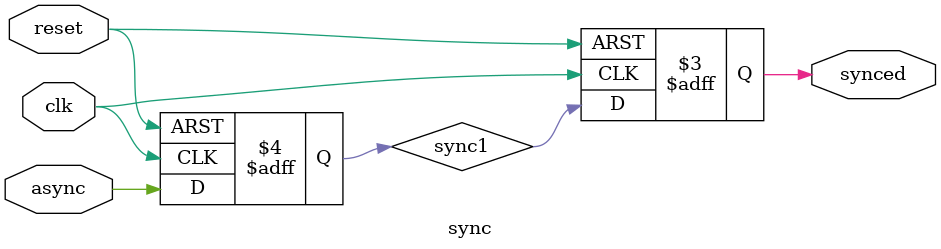
<source format=sv>

module sync (input  logic  clk, 
			 input logic reset,
			 input  logic async,
			 output logic synced);

  logic sync1;

  always_ff @(posedge clk, negedge reset) begin
    if (!reset) begin
      sync1  <= '0;
      synced <= '0;
    end else begin
      sync1  <= async;
      synced <= sync1;
    end
  end


endmodule

</source>
